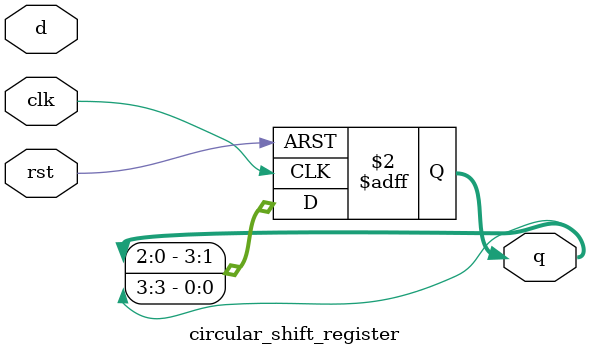
<source format=v>
module circular_shift_register (
    input clk,
    input rst,
    input d,
    output reg [3:0] q
);
    always @(posedge clk or posedge rst) begin
        if (rst) 
            q <= 0;
        else 
            q <= {q[2:0], q[3]}; // Circular shift left
    end
endmodule

</source>
